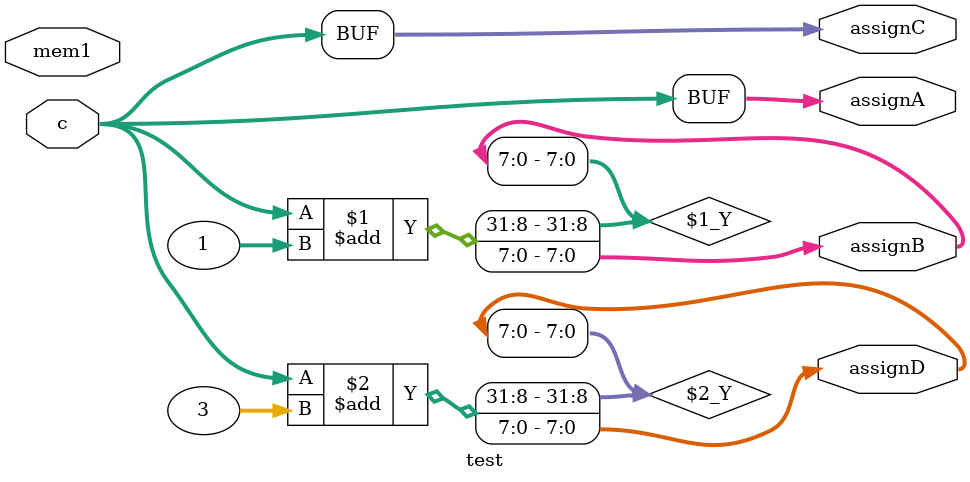
<source format=v>
module test(c, mem1, assignA, assignB, assignC, assignD);
input [7:0] c;
reg [7:0] mem [0:1023]; input mem1;
output [7:0] assignA, assignB, assignC, assignD;
assign assignA = c; assign assignB = c + 1; 
assign assignD = c + 3; assign assignC = c;
endmodule

</source>
